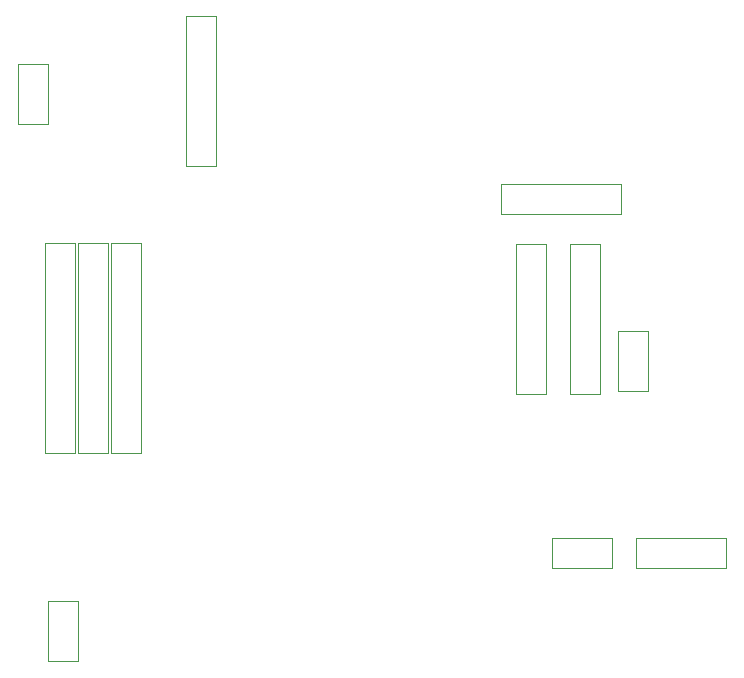
<source format=gbr>
G04*
G04 #@! TF.GenerationSoftware,Altium Limited,Altium Designer,24.1.2 (44)*
G04*
G04 Layer_Color=32768*
%FSLAX25Y25*%
%MOIN*%
G70*
G04*
G04 #@! TF.SameCoordinates,E3FF4B23-F407-445B-9987-FD0FFFC61A21*
G04*
G04*
G04 #@! TF.FilePolarity,Positive*
G04*
G01*
G75*
%ADD59C,0.00394*%
D59*
X232000Y409346D02*
X242000D01*
X232000Y339347D02*
X242000D01*
Y409346D01*
X232000Y339347D02*
Y409346D01*
X243000D02*
X253000D01*
X243000Y339347D02*
X253000D01*
Y409346D01*
X243000Y339347D02*
Y409346D01*
X254000D02*
X264000D01*
X254000Y339347D02*
X264000D01*
Y409346D01*
X254000Y339347D02*
Y409346D01*
X407000Y359000D02*
Y409000D01*
X417000Y359000D02*
Y409000D01*
X407000Y359000D02*
X417000D01*
X407000Y409000D02*
X417000D01*
X384000Y419000D02*
Y429000D01*
X424000Y419000D02*
Y429000D01*
X384000D02*
X424000D01*
X384000Y419000D02*
X424000D01*
X429000Y311000D02*
X459000D01*
X429000Y301000D02*
X459000D01*
X429000D02*
Y311000D01*
X459000Y301000D02*
Y311000D01*
X401000Y301000D02*
X421000D01*
X401000D02*
Y311000D01*
X421000D01*
Y301000D02*
Y311000D01*
X423000Y360000D02*
Y380000D01*
X433000D01*
Y360000D02*
Y380000D01*
X423000Y360000D02*
X433000D01*
X233000Y270000D02*
Y290000D01*
X243000D01*
Y270000D02*
Y290000D01*
X233000Y270000D02*
X243000D01*
X279000Y435000D02*
Y485000D01*
X289000Y435000D02*
Y485000D01*
X279000Y435000D02*
X289000D01*
X279000Y485000D02*
X289000D01*
X389000Y359000D02*
Y409000D01*
X399000Y359000D02*
Y409000D01*
X389000Y359000D02*
X399000D01*
X389000Y409000D02*
X399000D01*
X223000Y449000D02*
Y469000D01*
X233000D01*
Y449000D02*
Y469000D01*
X223000Y449000D02*
X233000D01*
M02*

</source>
